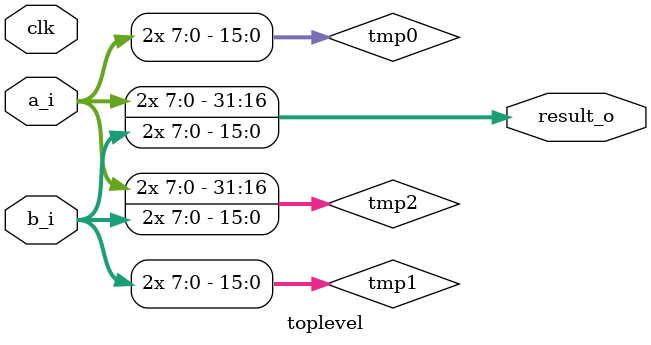
<source format=v>

module toplevel(clk, a_i, b_i, result_o);
    input clk;
    input[7:0] a_i;
    input[7:0] b_i;
    output[31:0] result_o;

    wire[15:0] tmp0;
    wire[15:0] tmp1;
    wire[31:0] tmp2;

    // Combinational
    assign result_o = tmp2;
    assign tmp0 = {a_i, a_i};
    assign tmp1 = {b_i, b_i};
    assign tmp2 = {tmp0, tmp1};

endmodule


</source>
